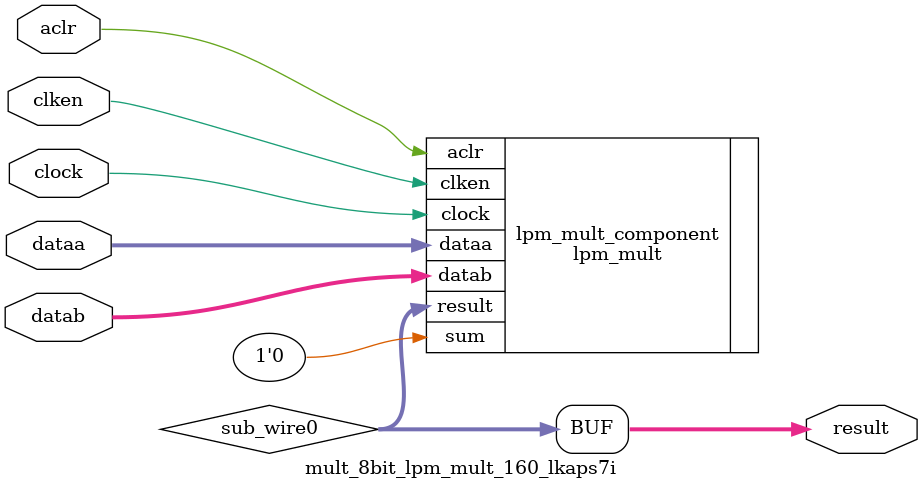
<source format=v>


`timescale 1 ps / 1 ps
// synopsys translate_on
module  mult_8bit_lpm_mult_160_lkaps7i  (
            aclr,
            clock,
            clken,
            dataa,
            datab,
            result);

            input  aclr;
            input  clock;
            input  clken;
            input [7:0] dataa;
            input [7:0] datab;
            output [15:0] result;

            wire [15:0] sub_wire0;
            wire [15:0] result = sub_wire0[15:0];    

            lpm_mult        lpm_mult_component (
                                        .aclr (aclr),
                                        .clock (clock),
                                        .dataa (dataa),
                                        .datab (datab),
                                        .result (sub_wire0),
                                        .clken (clken),
                                        .sum (1'b0));
            defparam
                    lpm_mult_component.lpm_hint = "DEDICATED_MULTIPLIER_CIRCUITRY=NO,MAXIMIZE_SPEED=9",
                    lpm_mult_component.lpm_pipeline = 3,
                    lpm_mult_component.lpm_representation = "SIGNED",
                    lpm_mult_component.lpm_type = "LPM_MULT",
                    lpm_mult_component.lpm_widtha = 8,
                    lpm_mult_component.lpm_widthb = 8,
                    lpm_mult_component.lpm_widthp = 16;


endmodule



</source>
